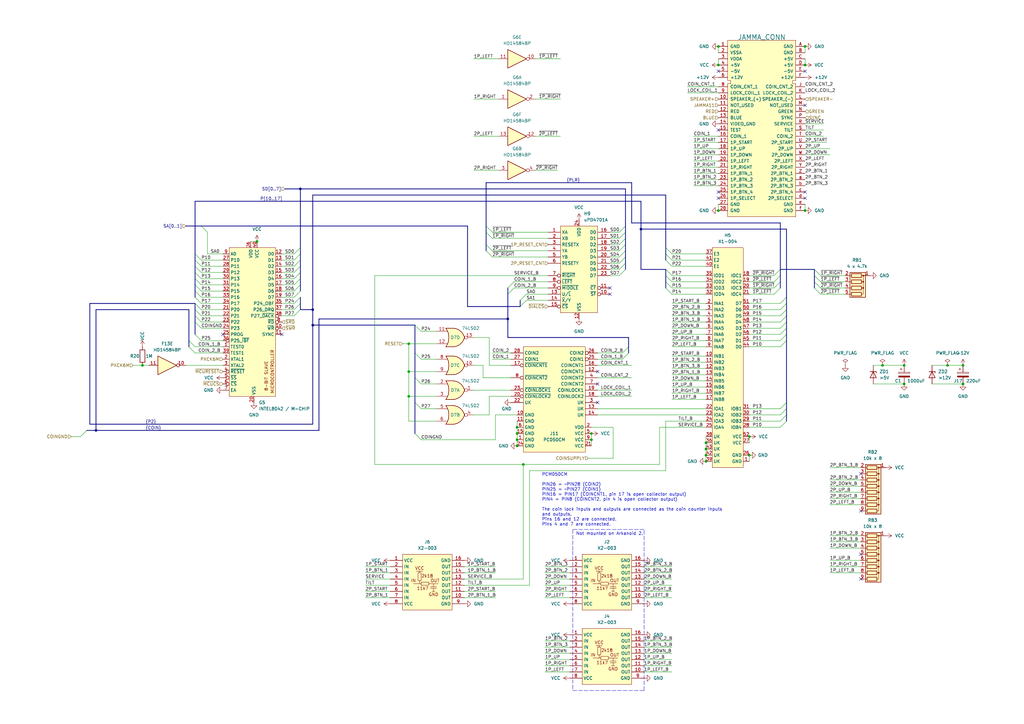
<source format=kicad_sch>
(kicad_sch (version 20211123) (generator eeschema)
  (paper "A3")
  (title_block (title "Arkanoid: Revenge of Doh ") (date "2023-02-22") (company "Ulf Skutnabba, twitter: @skutis77") (comment 1 "Seta number: P0-022-A"))
  (bus_alias "COIN" (members "COINGND" "COIN_1_B" "COIN_2_B"))
  (bus_alias "P2" (members "P[20..27]" "COINGND"))
  (bus_alias "PLR" (members "~{1P_LEFT}" "~{1P_RIGHT}" "~{2P_LEFT}" "~{2P_RIGHT}"))
  (junction (at 242.57 177.8))
  (junction (at 289.56 186.69))
  (junction (at 370.84 149.86))
  (junction (at 214.63 190.5))
  (junction (at 330.2 19.05))
  (junction (at 58.42 149.86))
  (junction (at 330.2 26.67))
  (junction (at 128.27 133.35))
  (junction (at 294.64 19.05))
  (junction (at 394.97 157.48))
  (junction (at 242.57 180.34))
  (junction (at 105.41 99.06))
  (junction (at 294.64 86.36))
  (junction (at 370.84 157.48))
  (junction (at 167.64 162.56))
  (junction (at 262.89 93.98))
  (junction (at 212.09 182.88))
  (junction (at 212.09 175.26))
  (junction (at 289.56 181.61))
  (junction (at 123.19 77.47))
  (junction (at 307.34 186.69))
  (junction (at 330.2 86.36))
  (junction (at 388.62 149.86))
  (junction (at 208.28 130.81))
  (junction (at 294.64 26.67))
  (junction (at 128.27 127))
  (junction (at 39.37 176.53))
  (junction (at 394.97 149.86))
  (junction (at 289.56 184.15))
  (junction (at 167.64 140.97))
  (junction (at 307.34 179.07))
  (junction (at 167.64 152.4))
  (junction (at 361.95 149.86))
  (junction (at 212.09 180.34))
  (junction (at 289.56 189.23))
  (junction (at 212.09 177.8))
  (no_connect (at 245.11 165.1))
  (no_connect (at 250.19 118.11))
  (no_connect (at 250.19 120.65))
  (no_connect (at 353.06 237.49))
  (no_connect (at 91.44 137.16))
  (no_connect (at 294.64 81.28))
  (no_connect (at 294.64 78.74))
  (no_connect (at 330.2 81.28))
  (no_connect (at 330.2 78.74))
  (no_connect (at 294.64 53.34))
  (no_connect (at 245.11 157.48))
  (no_connect (at 353.06 209.55))
  (no_connect (at 353.06 194.31))
  (no_connect (at 245.11 152.4))
  (no_connect (at 294.64 29.21))
  (no_connect (at 330.2 29.21))
  (no_connect (at 115.57 137.16))
  (no_connect (at 330.2 43.18))
  (no_connect (at 353.06 227.33))
  (bus_entry (at 254 97.79) (size 2.54 -2.54))
  (bus_entry (at 120.65 106.68) (size 2.54 -2.54))
  (bus_entry (at 120.65 124.46) (size 2.54 -2.54))
  (bus_entry (at 320.04 132.08) (size 2.54 -2.54))
  (bus_entry (at 80.01 114.3) (size 2.54 2.54))
  (bus_entry (at 334.01 113.03) (size 2.54 2.54))
  (bus_entry (at 320.04 124.46) (size 2.54 -2.54))
  (bus_entry (at 170.18 144.78) (size 2.54 2.54))
  (bus_entry (at 213.36 125.73) (size 2.54 -2.54))
  (bus_entry (at 80.01 129.54) (size 2.54 2.54))
  (bus_entry (at 273.05 115.57) (size 2.54 2.54))
  (bus_entry (at 273.05 118.11) (size 2.54 2.54))
  (bus_entry (at 320.04 170.18) (size 2.54 -2.54))
  (bus_entry (at 254 107.95) (size 2.54 -2.54))
  (bus_entry (at 80.01 109.22) (size 2.54 2.54))
  (bus_entry (at 273.05 101.6) (size 2.54 2.54))
  (bus_entry (at 273.05 106.68) (size 2.54 2.54))
  (bus_entry (at 254 110.49) (size 2.54 -2.54))
  (bus_entry (at 213.36 123.19) (size 2.54 -2.54))
  (bus_entry (at 77.47 142.24) (size 2.54 2.54))
  (bus_entry (at 80.01 111.76) (size 2.54 2.54))
  (bus_entry (at 199.39 102.87) (size 2.54 2.54))
  (bus_entry (at 80.01 121.92) (size 2.54 2.54))
  (bus_entry (at 317.5 118.11) (size 2.54 -2.54))
  (bus_entry (at 273.05 104.14) (size 2.54 2.54))
  (bus_entry (at 120.65 119.38) (size 2.54 -2.54))
  (bus_entry (at 120.65 104.14) (size 2.54 -2.54))
  (bus_entry (at 80.01 132.08) (size 2.54 2.54))
  (bus_entry (at 208.28 120.65) (size 2.54 -2.54))
  (bus_entry (at 120.65 116.84) (size 2.54 -2.54))
  (bus_entry (at 199.39 95.25) (size 2.54 2.54))
  (bus_entry (at 80.01 104.14) (size 2.54 2.54))
  (bus_entry (at 33.02 179.07) (size 2.54 -2.54))
  (bus_entry (at 120.65 127) (size 2.54 -2.54))
  (bus_entry (at 120.65 109.22) (size 2.54 -2.54))
  (bus_entry (at 80.01 116.84) (size 2.54 2.54))
  (bus_entry (at 80.01 127) (size 2.54 2.54))
  (bus_entry (at 199.39 92.71) (size 2.54 2.54))
  (bus_entry (at 254 95.25) (size 2.54 -2.54))
  (bus_entry (at 170.18 133.35) (size 2.54 2.54))
  (bus_entry (at 334.01 118.11) (size 2.54 2.54))
  (bus_entry (at 317.5 120.65) (size 2.54 -2.54))
  (bus_entry (at 120.65 129.54) (size 2.54 -2.54))
  (bus_entry (at 320.04 127) (size 2.54 -2.54))
  (bus_entry (at 273.05 113.03) (size 2.54 2.54))
  (bus_entry (at 80.01 106.68) (size 2.54 2.54))
  (bus_entry (at 254 100.33) (size 2.54 -2.54))
  (bus_entry (at 320.04 134.62) (size 2.54 -2.54))
  (bus_entry (at 120.65 114.3) (size 2.54 -2.54))
  (bus_entry (at 170.18 154.94) (size 2.54 2.54))
  (bus_entry (at 320.04 142.24) (size 2.54 -2.54))
  (bus_entry (at 317.5 115.57) (size 2.54 -2.54))
  (bus_entry (at 320.04 167.64) (size 2.54 -2.54))
  (bus_entry (at 320.04 139.7) (size 2.54 -2.54))
  (bus_entry (at 320.04 175.26) (size 2.54 -2.54))
  (bus_entry (at 254 113.03) (size 2.54 -2.54))
  (bus_entry (at 80.01 124.46) (size 2.54 2.54))
  (bus_entry (at 320.04 129.54) (size 2.54 -2.54))
  (bus_entry (at 334.01 110.49) (size 2.54 2.54))
  (bus_entry (at 320.04 172.72) (size 2.54 -2.54))
  (bus_entry (at 208.28 118.11) (size 2.54 -2.54))
  (bus_entry (at 255.27 144.78) (size 2.54 -2.54))
  (bus_entry (at 254 102.87) (size 2.54 -2.54))
  (bus_entry (at 82.55 92.71) (size 2.54 2.54))
  (bus_entry (at 170.18 165.1) (size 2.54 2.54))
  (bus_entry (at 77.47 139.7) (size 2.54 2.54))
  (bus_entry (at 80.01 137.16) (size 2.54 2.54))
  (bus_entry (at 199.39 100.33) (size 2.54 2.54))
  (bus_entry (at 317.5 113.03) (size 2.54 -2.54))
  (bus_entry (at 170.18 177.8) (size 2.54 2.54))
  (bus_entry (at 120.65 111.76) (size 2.54 -2.54))
  (bus_entry (at 255.27 147.32) (size 2.54 -2.54))
  (bus_entry (at 120.65 121.92) (size 2.54 -2.54))
  (bus_entry (at 80.01 119.38) (size 2.54 2.54))
  (bus_entry (at 254 105.41) (size 2.54 -2.54))
  (bus_entry (at 334.01 115.57) (size 2.54 2.54))
  (bus_entry (at 273.05 110.49) (size 2.54 2.54))
  (bus_entry (at 320.04 137.16) (size 2.54 -2.54))
  (wire (pts (xy 115.57 116.84) (xy 120.65 116.84)))
  (wire (pts (xy 203.2 170.18) (xy 212.09 170.18)))
  (wire (pts (xy 307.34 132.08) (xy 320.04 132.08)))
  (wire (pts (xy 361.95 149.86) (xy 370.84 149.86)))
  (wire (pts (xy 275.59 153.67) (xy 289.56 153.67)))
  (bus (pts (xy 322.58 134.62) (xy 322.58 132.08)))
  (wire (pts (xy 340.36 232.41) (xy 353.06 232.41)))
  (wire (pts (xy 82.55 134.62) (xy 91.44 134.62)))
  (bus (pts (xy 213.36 123.19) (xy 213.36 125.73)))
  (bus (pts (xy 320.04 115.57) (xy 320.04 118.11)))
  (bus (pts (xy 322.58 170.18) (xy 322.58 172.72)))
  (bus (pts (xy 256.54 105.41) (xy 256.54 107.95)))
  (wire (pts (xy 336.55 120.65) (xy 346.71 120.65)))
  (wire (pts (xy 194.31 69.85) (xy 204.47 69.85)))
  (bus (pts (xy 322.58 132.08) (xy 322.58 129.54)))
  (wire (pts (xy 307.34 175.26) (xy 320.04 175.26)))
  (wire (pts (xy 250.19 110.49) (xy 254 110.49)))
  (bus (pts (xy 36.83 124.46) (xy 36.83 173.99)))
  (bus (pts (xy 256.54 92.71) (xy 256.54 95.25)))
  (bus (pts (xy 128.27 80.01) (xy 128.27 127)))
  (bus (pts (xy 35.56 176.53) (xy 39.37 176.53)))
  (wire (pts (xy 275.59 137.16) (xy 289.56 137.16)))
  (bus (pts (xy 128.27 173.99) (xy 128.27 133.35)))
  (bus (pts (xy 322.58 165.1) (xy 322.58 167.64)))
  (wire (pts (xy 54.61 149.86) (xy 58.42 149.86)))
  (wire (pts (xy 201.93 95.25) (xy 224.79 95.25)))
  (bus (pts (xy 199.39 92.71) (xy 199.39 74.93)))
  (wire (pts (xy 214.63 237.49) (xy 214.63 190.5)))
  (wire (pts (xy 200.66 170.18) (xy 194.31 170.18)))
  (bus (pts (xy 76.2 92.71) (xy 82.55 92.71)))
  (wire (pts (xy 307.34 142.24) (xy 320.04 142.24)))
  (bus (pts (xy 208.28 120.65) (xy 208.28 130.81)))
  (wire (pts (xy 115.57 111.76) (xy 120.65 111.76)))
  (wire (pts (xy 275.59 129.54) (xy 289.56 129.54)))
  (wire (pts (xy 219.71 69.85) (xy 228.6 69.85)))
  (bus (pts (xy 80.01 111.76) (xy 80.01 109.22)))
  (wire (pts (xy 223.52 275.59) (xy 233.68 275.59)))
  (wire (pts (xy 194.31 55.88) (xy 204.47 55.88)))
  (wire (pts (xy 201.93 147.32) (xy 209.55 147.32)))
  (wire (pts (xy 340.36 196.85) (xy 353.06 196.85)))
  (wire (pts (xy 102.87 99.06) (xy 105.41 99.06)))
  (bus (pts (xy 199.39 102.87) (xy 199.39 100.33)))
  (bus (pts (xy 123.19 121.92) (xy 123.19 124.46)))
  (wire (pts (xy 307.34 120.65) (xy 317.5 120.65)))
  (wire (pts (xy 223.52 267.97) (xy 233.68 267.97)))
  (wire (pts (xy 82.55 129.54) (xy 91.44 129.54)))
  (bus (pts (xy 262.89 110.49) (xy 273.05 110.49)))
  (wire (pts (xy 275.59 134.62) (xy 289.56 134.62)))
  (wire (pts (xy 82.55 111.76) (xy 91.44 111.76)))
  (wire (pts (xy 275.59 120.65) (xy 289.56 120.65)))
  (wire (pts (xy 80.01 142.24) (xy 91.44 142.24)))
  (wire (pts (xy 273.05 172.72) (xy 273.05 193.04)))
  (wire (pts (xy 275.59 139.7) (xy 289.56 139.7)))
  (wire (pts (xy 294.64 24.13) (xy 294.64 26.67)))
  (wire (pts (xy 209.55 160.02) (xy 194.31 160.02)))
  (wire (pts (xy 190.5 245.11) (xy 203.2 245.11)))
  (wire (pts (xy 149.86 237.49) (xy 160.02 237.49)))
  (wire (pts (xy 245.11 144.78) (xy 255.27 144.78)))
  (wire (pts (xy 307.34 179.07) (xy 307.34 181.61)))
  (bus (pts (xy 208.28 130.81) (xy 208.28 138.43)))
  (wire (pts (xy 194.31 24.13) (xy 204.47 24.13)))
  (wire (pts (xy 251.46 187.96) (xy 251.46 175.26)))
  (polyline (pts (xy 264.16 283.21) (xy 264.16 217.17)))
  (bus (pts (xy 273.05 104.14) (xy 273.05 101.6)))
  (polyline (pts (xy 234.95 283.21) (xy 264.16 283.21)))
  (wire (pts (xy 223.52 265.43) (xy 233.68 265.43)))
  (bus (pts (xy 322.58 127) (xy 322.58 124.46)))
  (wire (pts (xy 223.52 242.57) (xy 233.68 242.57)))
  (wire (pts (xy 388.62 149.86) (xy 394.97 149.86)))
  (wire (pts (xy 273.05 172.72) (xy 289.56 172.72)))
  (bus (pts (xy 256.54 100.33) (xy 256.54 102.87)))
  (bus (pts (xy 199.39 95.25) (xy 199.39 92.71)))
  (wire (pts (xy 275.59 161.29) (xy 289.56 161.29)))
  (wire (pts (xy 340.36 199.39) (xy 353.06 199.39)))
  (wire (pts (xy 284.48 76.2) (xy 294.64 76.2)))
  (wire (pts (xy 167.64 152.4) (xy 167.64 140.97)))
  (wire (pts (xy 214.63 190.5) (xy 270.51 190.5)))
  (wire (pts (xy 330.2 50.8) (xy 337.82 50.8)))
  (wire (pts (xy 241.3 187.96) (xy 251.46 187.96)))
  (bus (pts (xy 80.01 109.22) (xy 80.01 106.68)))
  (wire (pts (xy 340.36 229.87) (xy 353.06 229.87)))
  (wire (pts (xy 82.55 139.7) (xy 91.44 139.7)))
  (wire (pts (xy 270.51 190.5) (xy 270.51 175.26)))
  (wire (pts (xy 340.36 224.79) (xy 353.06 224.79)))
  (wire (pts (xy 149.86 245.11) (xy 160.02 245.11)))
  (bus (pts (xy 123.19 109.22) (xy 123.19 106.68)))
  (wire (pts (xy 340.36 219.71) (xy 353.06 219.71)))
  (wire (pts (xy 340.36 207.01) (xy 353.06 207.01)))
  (wire (pts (xy 190.5 242.57) (xy 203.2 242.57)))
  (bus (pts (xy 80.01 82.55) (xy 262.89 82.55)))
  (wire (pts (xy 264.16 270.51) (xy 275.59 270.51)))
  (wire (pts (xy 284.48 55.88) (xy 294.64 55.88)))
  (wire (pts (xy 330.2 55.88) (xy 337.82 55.88)))
  (bus (pts (xy 39.37 176.53) (xy 130.81 176.53)))
  (wire (pts (xy 330.2 53.34) (xy 337.82 53.34)))
  (wire (pts (xy 212.09 172.72) (xy 212.09 175.26)))
  (wire (pts (xy 215.9 120.65) (xy 224.79 120.65)))
  (wire (pts (xy 264.16 262.89) (xy 275.59 262.89)))
  (wire (pts (xy 275.59 132.08) (xy 289.56 132.08)))
  (wire (pts (xy 245.11 167.64) (xy 289.56 167.64)))
  (wire (pts (xy 264.16 267.97) (xy 275.59 267.97)))
  (bus (pts (xy 170.18 133.35) (xy 128.27 133.35)))
  (bus (pts (xy 334.01 118.11) (xy 334.01 115.57)))
  (wire (pts (xy 223.52 245.11) (xy 233.68 245.11)))
  (wire (pts (xy 264.16 232.41) (xy 275.59 232.41)))
  (bus (pts (xy 80.01 119.38) (xy 80.01 116.84)))
  (bus (pts (xy 256.54 102.87) (xy 256.54 105.41)))
  (bus (pts (xy 39.37 127) (xy 39.37 176.53)))
  (wire (pts (xy 190.5 240.03) (xy 217.17 240.03)))
  (bus (pts (xy 80.01 106.68) (xy 80.01 104.14)))
  (bus (pts (xy 262.89 93.98) (xy 322.58 93.98)))
  (wire (pts (xy 336.55 113.03) (xy 346.71 113.03)))
  (wire (pts (xy 330.2 60.96) (xy 340.36 60.96)))
  (wire (pts (xy 223.52 234.95) (xy 233.68 234.95)))
  (bus (pts (xy 36.83 173.99) (xy 128.27 173.99)))
  (wire (pts (xy 289.56 184.15) (xy 289.56 186.69)))
  (wire (pts (xy 167.64 140.97) (xy 179.07 140.97)))
  (bus (pts (xy 257.81 142.24) (xy 257.81 138.43)))
  (bus (pts (xy 257.81 144.78) (xy 257.81 142.24)))
  (bus (pts (xy 199.39 74.93) (xy 259.08 74.93)))
  (wire (pts (xy 330.2 63.5) (xy 340.36 63.5)))
  (wire (pts (xy 330.2 58.42) (xy 339.09 58.42)))
  (wire (pts (xy 275.59 118.11) (xy 289.56 118.11)))
  (bus (pts (xy 128.27 133.35) (xy 128.27 127)))
  (wire (pts (xy 200.66 162.56) (xy 209.55 162.56)))
  (bus (pts (xy 256.54 77.47) (xy 256.54 92.71)))
  (wire (pts (xy 382.27 149.86) (xy 388.62 149.86)))
  (wire (pts (xy 284.48 60.96) (xy 294.64 60.96)))
  (bus (pts (xy 80.01 129.54) (xy 80.01 132.08)))
  (bus (pts (xy 320.04 113.03) (xy 320.04 115.57)))
  (bus (pts (xy 334.01 115.57) (xy 334.01 113.03)))
  (wire (pts (xy 115.57 104.14) (xy 120.65 104.14)))
  (bus (pts (xy 77.47 142.24) (xy 77.47 139.7)))
  (wire (pts (xy 212.09 177.8) (xy 212.09 180.34)))
  (wire (pts (xy 217.17 193.04) (xy 273.05 193.04)))
  (wire (pts (xy 330.2 19.05) (xy 330.2 21.59)))
  (wire (pts (xy 115.57 127) (xy 120.65 127)))
  (wire (pts (xy 210.82 118.11) (xy 224.79 118.11)))
  (bus (pts (xy 320.04 110.49) (xy 320.04 91.44)))
  (bus (pts (xy 322.58 167.64) (xy 322.58 170.18)))
  (bus (pts (xy 130.81 130.81) (xy 208.28 130.81)))
  (bus (pts (xy 77.47 139.7) (xy 77.47 127)))
  (wire (pts (xy 336.55 118.11) (xy 346.71 118.11)))
  (wire (pts (xy 289.56 186.69) (xy 289.56 189.23)))
  (wire (pts (xy 201.93 97.79) (xy 224.79 97.79)))
  (wire (pts (xy 165.1 140.97) (xy 167.64 140.97)))
  (bus (pts (xy 322.58 129.54) (xy 322.58 127)))
  (wire (pts (xy 149.86 242.57) (xy 160.02 242.57)))
  (wire (pts (xy 250.19 97.79) (xy 254 97.79)))
  (bus (pts (xy 123.19 124.46) (xy 123.19 127)))
  (wire (pts (xy 340.36 191.77) (xy 353.06 191.77)))
  (wire (pts (xy 203.2 180.34) (xy 203.2 170.18)))
  (wire (pts (xy 281.94 38.1) (xy 294.64 38.1)))
  (polyline (pts (xy 234.95 226.06) (xy 234.95 283.21)))
  (bus (pts (xy 130.81 176.53) (xy 130.81 130.81)))
  (wire (pts (xy 289.56 179.07) (xy 289.56 181.61)))
  (wire (pts (xy 153.67 190.5) (xy 214.63 190.5)))
  (wire (pts (xy 250.19 113.03) (xy 254 113.03)))
  (wire (pts (xy 172.72 167.64) (xy 179.07 167.64)))
  (bus (pts (xy 273.05 106.68) (xy 273.05 104.14)))
  (wire (pts (xy 284.48 63.5) (xy 294.64 63.5)))
  (bus (pts (xy 80.01 121.92) (xy 80.01 119.38)))
  (bus (pts (xy 116.84 77.47) (xy 123.19 77.47)))
  (wire (pts (xy 190.5 237.49) (xy 214.63 237.49)))
  (bus (pts (xy 320.04 91.44) (xy 259.08 91.44)))
  (bus (pts (xy 170.18 165.1) (xy 170.18 154.94)))
  (wire (pts (xy 200.66 138.43) (xy 194.31 138.43)))
  (bus (pts (xy 262.89 82.55) (xy 262.89 93.98)))
  (wire (pts (xy 245.11 149.86) (xy 259.08 149.86)))
  (wire (pts (xy 201.93 102.87) (xy 224.79 102.87)))
  (wire (pts (xy 115.57 124.46) (xy 120.65 124.46)))
  (bus (pts (xy 191.77 92.71) (xy 191.77 125.73)))
  (wire (pts (xy 307.34 134.62) (xy 320.04 134.62)))
  (wire (pts (xy 340.36 201.93) (xy 353.06 201.93)))
  (wire (pts (xy 223.52 262.89) (xy 233.68 262.89)))
  (wire (pts (xy 294.64 83.82) (xy 294.64 86.36)))
  (wire (pts (xy 250.19 102.87) (xy 254 102.87)))
  (wire (pts (xy 307.34 115.57) (xy 317.5 115.57)))
  (wire (pts (xy 153.67 190.5) (xy 153.67 113.03)))
  (polyline (pts (xy 234.95 217.17) (xy 234.95 226.06)))
  (bus (pts (xy 322.58 124.46) (xy 322.58 121.92)))
  (wire (pts (xy 264.16 245.11) (xy 275.59 245.11)))
  (wire (pts (xy 307.34 172.72) (xy 320.04 172.72)))
  (wire (pts (xy 245.11 147.32) (xy 255.27 147.32)))
  (wire (pts (xy 245.11 154.94) (xy 259.08 154.94)))
  (bus (pts (xy 123.19 106.68) (xy 123.19 104.14)))
  (bus (pts (xy 334.01 110.49) (xy 320.04 110.49)))
  (wire (pts (xy 82.55 124.46) (xy 91.44 124.46)))
  (wire (pts (xy 275.59 156.21) (xy 289.56 156.21)))
  (bus (pts (xy 170.18 154.94) (xy 170.18 144.78)))
  (wire (pts (xy 215.9 123.19) (xy 224.79 123.19)))
  (wire (pts (xy 115.57 129.54) (xy 120.65 129.54)))
  (wire (pts (xy 82.55 119.38) (xy 91.44 119.38)))
  (wire (pts (xy 179.07 152.4) (xy 167.64 152.4)))
  (wire (pts (xy 200.66 162.56) (xy 200.66 170.18)))
  (wire (pts (xy 149.86 240.03) (xy 160.02 240.03)))
  (wire (pts (xy 194.31 40.64) (xy 204.47 40.64)))
  (wire (pts (xy 358.14 149.86) (xy 361.95 149.86)))
  (wire (pts (xy 284.48 68.58) (xy 294.64 68.58)))
  (wire (pts (xy 210.82 115.57) (xy 224.79 115.57)))
  (wire (pts (xy 294.64 19.05) (xy 294.64 21.59)))
  (bus (pts (xy 322.58 137.16) (xy 322.58 134.62)))
  (wire (pts (xy 179.07 172.72) (xy 167.64 172.72)))
  (wire (pts (xy 245.11 160.02) (xy 259.08 160.02)))
  (bus (pts (xy 82.55 92.71) (xy 191.77 92.71)))
  (wire (pts (xy 223.52 232.41) (xy 233.68 232.41)))
  (wire (pts (xy 212.09 180.34) (xy 212.09 182.88)))
  (bus (pts (xy 80.01 124.46) (xy 80.01 127)))
  (wire (pts (xy 275.59 106.68) (xy 289.56 106.68)))
  (wire (pts (xy 275.59 151.13) (xy 289.56 151.13)))
  (wire (pts (xy 307.34 118.11) (xy 317.5 118.11)))
  (wire (pts (xy 307.34 127) (xy 320.04 127)))
  (bus (pts (xy 123.19 116.84) (xy 123.19 114.3)))
  (wire (pts (xy 264.16 275.59) (xy 275.59 275.59)))
  (wire (pts (xy 275.59 158.75) (xy 289.56 158.75)))
  (bus (pts (xy 80.01 124.46) (xy 36.83 124.46)))
  (wire (pts (xy 275.59 104.14) (xy 289.56 104.14)))
  (wire (pts (xy 29.21 179.07) (xy 33.02 179.07)))
  (wire (pts (xy 217.17 240.03) (xy 217.17 193.04)))
  (bus (pts (xy 80.01 114.3) (xy 80.01 111.76)))
  (wire (pts (xy 382.27 157.48) (xy 394.97 157.48)))
  (bus (pts (xy 123.19 114.3) (xy 123.19 111.76)))
  (wire (pts (xy 198.12 154.94) (xy 209.55 154.94)))
  (wire (pts (xy 245.11 162.56) (xy 259.08 162.56)))
  (wire (pts (xy 149.86 234.95) (xy 160.02 234.95)))
  (wire (pts (xy 284.48 58.42) (xy 294.64 58.42)))
  (wire (pts (xy 275.59 148.59) (xy 289.56 148.59)))
  (bus (pts (xy 322.58 121.92) (xy 322.58 93.98)))
  (wire (pts (xy 149.86 232.41) (xy 160.02 232.41)))
  (wire (pts (xy 284.48 73.66) (xy 294.64 73.66)))
  (wire (pts (xy 58.42 149.86) (xy 60.96 149.86)))
  (wire (pts (xy 284.48 66.04) (xy 294.64 66.04)))
  (bus (pts (xy 256.54 107.95) (xy 256.54 110.49)))
  (bus (pts (xy 170.18 177.8) (xy 170.18 165.1)))
  (wire (pts (xy 289.56 181.61) (xy 289.56 184.15)))
  (bus (pts (xy 273.05 110.49) (xy 273.05 113.03)))
  (wire (pts (xy 307.34 186.69) (xy 307.34 189.23)))
  (wire (pts (xy 336.55 115.57) (xy 346.71 115.57)))
  (wire (pts (xy 167.64 162.56) (xy 167.64 152.4)))
  (wire (pts (xy 198.12 149.86) (xy 198.12 154.94)))
  (wire (pts (xy 85.09 95.25) (xy 85.09 104.14)))
  (wire (pts (xy 82.55 114.3) (xy 91.44 114.3)))
  (wire (pts (xy 115.57 121.92) (xy 120.65 121.92)))
  (bus (pts (xy 80.01 104.14) (xy 80.01 82.55)))
  (bus (pts (xy 199.39 100.33) (xy 199.39 95.25)))
  (wire (pts (xy 307.34 124.46) (xy 320.04 124.46)))
  (wire (pts (xy 275.59 142.24) (xy 289.56 142.24)))
  (bus (pts (xy 128.27 127) (xy 123.19 127)))
  (wire (pts (xy 275.59 109.22) (xy 289.56 109.22)))
  (wire (pts (xy 307.34 167.64) (xy 320.04 167.64)))
  (wire (pts (xy 340.36 204.47) (xy 353.06 204.47)))
  (wire (pts (xy 82.55 116.84) (xy 91.44 116.84)))
  (wire (pts (xy 167.64 172.72) (xy 167.64 162.56)))
  (wire (pts (xy 82.55 109.22) (xy 91.44 109.22)))
  (wire (pts (xy 340.36 222.25) (xy 353.06 222.25)))
  (bus (pts (xy 322.58 139.7) (xy 322.58 165.1)))
  (wire (pts (xy 219.71 40.64) (xy 229.87 40.64)))
  (bus (pts (xy 80.01 127) (xy 80.01 129.54)))
  (wire (pts (xy 115.57 119.38) (xy 120.65 119.38)))
  (bus (pts (xy 322.58 139.7) (xy 322.58 137.16)))
  (wire (pts (xy 330.2 83.82) (xy 330.2 86.36)))
  (bus (pts (xy 123.19 116.84) (xy 123.19 119.38)))
  (wire (pts (xy 275.59 124.46) (xy 289.56 124.46)))
  (wire (pts (xy 172.72 157.48) (xy 179.07 157.48)))
  (wire (pts (xy 212.09 175.26) (xy 212.09 177.8)))
  (wire (pts (xy 307.34 170.18) (xy 320.04 170.18)))
  (bus (pts (xy 191.77 125.73) (xy 213.36 125.73)))
  (wire (pts (xy 250.19 107.95) (xy 254 107.95)))
  (wire (pts (xy 115.57 114.3) (xy 120.65 114.3)))
  (bus (pts (xy 273.05 80.01) (xy 128.27 80.01)))
  (wire (pts (xy 307.34 137.16) (xy 320.04 137.16)))
  (wire (pts (xy 275.59 146.05) (xy 289.56 146.05)))
  (wire (pts (xy 172.72 180.34) (xy 203.2 180.34)))
  (wire (pts (xy 340.36 234.95) (xy 353.06 234.95)))
  (wire (pts (xy 167.64 162.56) (xy 179.07 162.56)))
  (bus (pts (xy 256.54 97.79) (xy 256.54 100.33)))
  (bus (pts (xy 170.18 144.78) (xy 170.18 133.35)))
  (wire (pts (xy 85.09 104.14) (xy 91.44 104.14)))
  (wire (pts (xy 172.72 147.32) (xy 179.07 147.32)))
  (wire (pts (xy 82.55 106.68) (xy 91.44 106.68)))
  (wire (pts (xy 219.71 55.88) (xy 229.87 55.88)))
  (bus (pts (xy 273.05 113.03) (xy 273.05 115.57)))
  (wire (pts (xy 275.59 127) (xy 289.56 127)))
  (wire (pts (xy 223.52 237.49) (xy 233.68 237.49)))
  (wire (pts (xy 82.55 132.08) (xy 91.44 132.08)))
  (wire (pts (xy 307.34 113.03) (xy 317.5 113.03)))
  (wire (pts (xy 201.93 105.41) (xy 224.79 105.41)))
  (wire (pts (xy 307.34 139.7) (xy 320.04 139.7)))
  (bus (pts (xy 334.01 113.03) (xy 334.01 110.49)))
  (bus (pts (xy 123.19 104.14) (xy 123.19 101.6)))
  (polyline (pts (xy 264.16 217.17) (xy 234.95 217.17)))
  (wire (pts (xy 190.5 232.41) (xy 203.2 232.41)))
  (wire (pts (xy 223.52 273.05) (xy 233.68 273.05)))
  (wire (pts (xy 264.16 242.57) (xy 275.59 242.57)))
  (wire (pts (xy 281.94 35.56) (xy 294.64 35.56)))
  (wire (pts (xy 115.57 109.22) (xy 120.65 109.22)))
  (wire (pts (xy 223.52 270.51) (xy 233.68 270.51)))
  (wire (pts (xy 242.57 180.34) (xy 242.57 182.88)))
  (wire (pts (xy 172.72 135.89) (xy 179.07 135.89)))
  (wire (pts (xy 275.59 163.83) (xy 289.56 163.83)))
  (bus (pts (xy 257.81 138.43) (xy 208.28 138.43)))
  (bus (pts (xy 320.04 110.49) (xy 320.04 113.03)))
  (wire (pts (xy 115.57 106.68) (xy 120.65 106.68)))
  (wire (pts (xy 250.19 100.33) (xy 254 100.33)))
  (bus (pts (xy 123.19 77.47) (xy 256.54 77.47)))
  (wire (pts (xy 242.57 177.8) (xy 242.57 180.34)))
  (wire (pts (xy 270.51 175.26) (xy 289.56 175.26)))
  (wire (pts (xy 250.19 95.25) (xy 254 95.25)))
  (wire (pts (xy 275.59 113.03) (xy 289.56 113.03)))
  (wire (pts (xy 264.16 240.03) (xy 275.59 240.03)))
  (bus (pts (xy 259.08 91.44) (xy 259.08 74.93)))
  (bus (pts (xy 262.89 93.98) (xy 262.89 110.49)))
  (bus (pts (xy 80.01 116.84) (xy 80.01 114.3)))
  (wire (pts (xy 242.57 175.26) (xy 251.46 175.26)))
  (bus (pts (xy 273.05 115.57) (xy 273.05 118.11)))
  (wire (pts (xy 201.93 144.78) (xy 209.55 144.78)))
  (wire (pts (xy 264.16 273.05) (xy 275.59 273.05)))
  (wire (pts (xy 200.66 149.86) (xy 200.66 138.43)))
  (wire (pts (xy 223.52 240.03) (xy 233.68 240.03)))
  (wire (pts (xy 245.11 170.18) (xy 289.56 170.18)))
  (wire (pts (xy 82.55 121.92) (xy 91.44 121.92)))
  (wire (pts (xy 275.59 115.57) (xy 289.56 115.57)))
  (bus (pts (xy 273.05 101.6) (xy 273.05 80.01)))
  (bus (pts (xy 77.47 127) (xy 39.37 127)))
  (bus (pts (xy 208.28 118.11) (xy 208.28 120.65)))
  (wire (pts (xy 284.48 71.12) (xy 294.64 71.12)))
  (wire (pts (xy 80.01 144.78) (xy 91.44 144.78)))
  (wire (pts (xy 190.5 234.95) (xy 203.2 234.95)))
  (wire (pts (xy 219.71 24.13) (xy 229.87 24.13)))
  (wire (pts (xy 264.16 234.95) (xy 275.59 234.95)))
  (bus (pts (xy 80.01 132.08) (xy 80.01 137.16)))
  (wire (pts (xy 153.67 113.03) (xy 224.79 113.03)))
  (bus (pts (xy 123.19 111.76) (xy 123.19 109.22)))
  (wire (pts (xy 76.2 149.86) (xy 91.44 149.86)))
  (bus (pts (xy 123.19 101.6) (xy 123.19 77.47)))
  (wire (pts (xy 307.34 129.54) (xy 320.04 129.54)))
  (wire (pts (xy 264.16 265.43) (xy 275.59 265.43)))
  (wire (pts (xy 194.31 149.86) (xy 198.12 149.86)))
  (wire (pts (xy 358.14 157.48) (xy 370.84 157.48)))
  (wire (pts (xy 209.55 149.86) (xy 200.66 149.86)))
  (wire (pts (xy 330.2 24.13) (xy 330.2 26.67)))
  (bus (pts (xy 256.54 95.25) (xy 256.54 97.79)))
  (wire (pts (xy 250.19 105.41) (xy 254 105.41)))
  (wire (pts (xy 82.55 127) (xy 91.44 127)))
  (wire (pts (xy 264.16 237.49) (xy 275.59 237.49)))
  (text "Not mounted on Arkanoid 2." (at 236.22 219.71 0) (effects (font (size 1.27 1.27)) (justify left bottom)))
  (text "PCM050CM\n\nPIN26 = ~PIN28 (COIN2)\nPIN25 = ~PIN27 (COIN1)\nPIN16 = PIN17 (COINCNT1, pin 17 is open collector output)\nPIN4 = PIN8 (COINCNT2, pin 4 is open collector output)\n\nThe coin lock inputs and outputs are connected as the coin counter inputs\nand outputs.\nPins 16 and 12 are connected.\nPins 4 and 7 are connected." (at 222.25 215.9 0) (effects (font (size 1.27 1.27)) (justify left bottom)))
  (label "1P_DOWN" (at 284.48 63.5 0))
  (label "~{2P_RIGHT}" (at 308.61 113.03 0))
  (label "1P_BTN_3_B" (at 340.36 222.25 0))
  (label "2P_BTN_1_B" (at 275.59 153.67 0))
  (label "P26" (at 116.84 127 0))
  (label "~{1P_LEFT}" (at 201.93 95.25 0))
  (label "COIN_1" (at 201.93 147.32 0))
  (label "COIN_CNT_1" (at 281.94 35.56 0))
  (label "P10" (at 308.61 175.26 0))
  (label "SD0" (at 250.19 95.25 0))
  (label "~{2P_RIGHT}" (at 219.71 69.85 0))
  (label "SERVICE" (at 330.2 50.8 0))
  (label "P24" (at 172.72 135.89 0))
  (label "~{2P_RIGHT}" (at 201.93 105.41 0))
  (label "2P_DOWN" (at 330.2 63.5 0))
  (label "1P_LEFT" (at 194.31 24.13 0))
  (label "1P_LEFT_B" (at 275.59 163.83 0))
  (label "P16" (at 82.55 121.92 0))
  (label "SERVICE_B" (at 191.77 237.49 0))
  (label "~{1P_LEFT}" (at 308.61 120.65 0))
  (label "1P_LEFT" (at 223.52 275.59 0))
  (label "P10" (at 308.61 142.24 0))
  (label "SD5" (at 116.84 116.84 0))
  (label "~{1P_RIGHT}" (at 201.93 97.79 0))
  (label "P11" (at 308.61 172.72 0))
  (label "SD3" (at 250.19 102.87 0))
  (label "1P_BTN_1" (at 149.86 234.95 0))
  (label "P26" (at 172.72 157.48 0))
  (label "SD5" (at 250.19 107.95 0))
  (label "~{2P_LEFT}" (at 336.55 120.65 0))
  (label "SA1" (at 215.9 123.19 0))
  (label "P27" (at 172.72 167.64 0))
  (label "2P_BTN_1_B" (at 191.77 245.11 0))
  (label "TILT_B" (at 191.77 240.03 0))
  (label "1P_BTN_1_B" (at 191.77 234.95 0))
  (label "2P_BTN_3" (at 223.52 232.41 0))
  (label "P12" (at 82.55 111.76 0))
  (label "2P_LEFT_B" (at 264.16 245.11 0))
  (label "P24" (at 116.84 124.46 0))
  (label "2P_UP" (at 223.52 240.03 0))
  (label "1P_RIGHT_B" (at 340.36 232.41 0))
  (label "P11" (at 308.61 139.7 0))
  (label "1P_UP_B" (at 275.59 158.75 0))
  (label "P20" (at 82.55 127 0))
  (label "2P_BTN_3_B" (at 264.16 232.41 0))
  (label "1P_RIGHT_B" (at 275.59 161.29 0))
  (label "1P_START_B" (at 275.59 124.46 0))
  (label "COIN_CNT_1" (at 246.38 149.86 0))
  (label "SD4" (at 250.19 105.41 0))
  (label "1P_BTN_3_B" (at 264.16 265.43 0))
  (label "P14" (at 275.59 120.65 0))
  (label "TILT" (at 330.2 53.34 0))
  (label "2P_BTN_2" (at 223.52 234.95 0))
  (label "{COIN}" (at 59.69 176.53 0))
  (label "1P_BTN_3" (at 223.52 265.43 0))
  (label "SD2" (at 116.84 109.22 0))
  (label "P25" (at 172.72 147.32 0))
  (label "2P_BTN_3" (at 330.2 76.2 0))
  (label "SERVICE_B" (at 278.13 175.26 0))
  (label "{PLR}" (at 232.41 74.93 0))
  (label "TILT" (at 149.86 240.03 0))
  (label "1P_LEFT_B" (at 264.16 275.59 0))
  (label "SA0" (at 215.9 120.65 0))
  (label "2P_RIGHT_B" (at 340.36 204.47 0))
  (label "1P_BTN_2_B" (at 264.16 262.89 0))
  (label "LOCK_COIL_1" (at 246.38 160.02 0))
  (label "~{1P_RIGHT}" (at 220.98 40.64 0))
  (label "P13" (at 308.61 167.64 0))
  (label "P15" (at 275.59 118.11 0))
  (label "~{1P_LEFT}" (at 220.98 24.13 0))
  (label "SD3" (at 116.84 111.76 0))
  (label "~{2P_LEFT}" (at 308.61 115.57 0))
  (label "1P_UP_B" (at 340.36 229.87 0))
  (label "1P_BTN_2_B" (at 275.59 148.59 0))
  (label "1P_DOWN" (at 223.52 267.97 0))
  (label "SD6" (at 116.84 119.38 0))
  (label "~{2P_RIGHT}" (at 336.55 118.11 0))
  (label "2P_BTN_2_B" (at 264.16 234.95 0))
  (label "P13" (at 308.61 134.62 0))
  (label "P14" (at 308.61 132.08 0))
  (label "2P_START_B" (at 191.77 242.57 0))
  (label "COIN_1_B" (at 81.28 142.24 0))
  (label "2P_LEFT_B" (at 275.59 142.24 0))
  (label "1P_RIGHT" (at 194.31 40.64 0))
  (label "LOCK_COIL_2" (at 330.2 38.1 0))
  (label "COIN_1_B" (at 210.82 115.57 0))
  (label "P27" (at 116.84 129.54 0))
  (label "COIN_1" (at 284.48 55.88 0))
  (label "TILT_B" (at 278.13 172.72 0))
  (label "LOCK_COIL_1" (at 281.94 38.1 0))
  (label "~{2P_LEFT}" (at 201.93 102.87 0))
  (label "2P_LEFT" (at 223.52 245.11 0))
  (label "2P_UP_B" (at 340.36 201.93 0))
  (label "2P_BTN_2_B" (at 275.59 127 0))
  (label "1P_BTN_2" (at 284.48 73.66 0))
  (label "2P_DOWN_B" (at 275.59 134.62 0))
  (label "1P_DOWN_B" (at 275.59 156.21 0))
  (label "~{2P_LEFT}" (at 220.98 55.88 0))
  (label "SD2" (at 250.19 100.33 0))
  (label "~{1P_RIGHT}" (at 336.55 113.03 0))
  (label "1P_BTN_1" (at 284.48 71.12 0))
  (label "2P_LEFT" (at 330.2 66.04 0))
  (label "2P_DOWN" (at 223.52 237.49 0))
  (label "P12" (at 308.61 170.18 0))
  (label "2P_START" (at 149.86 242.57 0))
  (label "1P_BTN_2" (at 223.52 262.89 0))
  (label "LOCK_COIL_2" (at 246.38 162.56 0))
  (label "2P_LEFT_B" (at 340.36 207.01 0))
  (label "COIN_1_B" (at 246.38 147.32 0))
  (label "~{1P_LEFT}" (at 336.55 115.57 0))
  (label "~{1P_RIGHT}" (at 308.61 118.11 0))
  (label "2P_START_B" (at 275.59 146.05 0))
  (label "COIN_CNT_2" (at 330.2 35.56 0))
  (label "2P_UP" (at 330.2 60.96 0))
  (label "2P_RIGHT_B" (at 264.16 242.57 0))
  (label "P13" (at 82.55 114.3 0))
  (label "COIN_2" (at 330.2 55.88 0))
  (label "2P_DOWN_B" (at 340.36 199.39 0))
  (label "P17" (at 275.59 113.03 0))
  (label "1P_UP" (at 284.48 60.96 0))
  (label "1P_LEFT" (at 284.48 66.04 0))
  (label "2P_BTN_2" (at 330.2 73.66 0))
  (label "SERVICE_B" (at 210.82 113.03 0))
  (label "COINGND" (at 82.55 134.62 0))
  (label "P15" (at 82.55 119.38 0))
  (label "1P_UP" (at 223.52 270.51 0))
  (label "1P_UP_B" (at 264.16 270.51 0))
  (label "SERVICE" (at 149.86 237.49 0))
  (label "2P_RIGHT" (at 223.52 242.57 0))
  (label "2P_UP_B" (at 275.59 137.16 0))
  (label "SD4" (at 116.84 114.3 0))
  (label "P17" (at 82.55 124.46 0))
  (label "P21" (at 82.55 129.54 0))
  (label "{P2}" (at 59.69 173.99 0))
  (label "2P_BTN_1" (at 330.2 71.12 0))
  (label "2P_BTN_1" (at 149.86 245.11 0))
  (label "SD7" (at 250.19 113.03 0))
  (label "2P_RIGHT_B" (at 275.59 139.7 0))
  (label "1P_RIGHT" (at 223.52 273.05 0))
  (label "P15" (at 308.61 129.54 0))
  (label "1P_BTN_3_B" (at 275.59 151.13 0))
  (label "P16" (at 275.59 115.57 0))
  (label "P25" (at 82.55 139.7 0))
  (label "1P_LEFT_B" (at 340.36 234.95 0))
  (label "COIN_2_B" (at 210.82 118.11 0))
  (label "2P_START" (at 330.2 58.42 0))
  (label "COIN_2_B" (at 246.38 144.78 0))
  (label "SA0" (at 86.36 104.14 0))
  (label "1P_RIGHT_B" (at 264.16 273.05 0))
  (label "2P_BTN_2_B" (at 340.36 196.85 0))
  (label "1P_START_B" (at 191.77 232.41 0))
  (label "P22" (at 82.55 132.08 0))
  (label "2P_BTN_3_B" (at 275.59 129.54 0))
  (label "SD7" (at 116.84 121.92 0))
  (label "2P_UP_B" (at 264.16 240.03 0))
  (label "P[10..17]" (at 106.68 82.55 0))
  (label "SD6" (at 250.19 110.49 0))
  (label "COIN_2" (at 201.93 144.78 0))
  (label "2P_BTN_3_B" (at 340.36 191.77 0))
  (label "COINGND" (at 172.72 180.34 0))
  (label "SD1" (at 250.19 97.79 0))
  (label "2P_RIGHT" (at 194.31 69.85 0))
  (label "COIN_2_B" (at 81.28 144.78 0))
  (label "2P_LEFT" (at 194.31 55.88 0))
  (label "P14" (at 82.55 116.84 0))
  (label "P16" (at 308.61 127 0))
  (label "1P_DOWN_B" (at 340.36 224.79 0))
  (label "P11" (at 82.55 109.22 0))
  (label "COIN_CNT_2" (at 246.38 154.94 0))
  (label "P12" (at 308.61 137.16 0))
  (label "SD1" (at 116.84 106.68 0))
  (label "1P_BTN_2_B" (at 340.36 219.71 0))
  (label "1P_RIGHT" (at 284.48 68.58 0))
  (label "P21" (at 275.59 106.68 0))
  (label "SD0" (at 116.84 104.14 0))
  (label "P17" (at 308.61 124.46 0))
  (label "P22" (at 275.59 109.22 0))
  (label "1P_START" (at 284.48 58.42 0))
  (label "2P_RIGHT" (at 330.2 68.58 0))
  (label "P20" (at 275.59 104.14 0))
  (label "1P_START" (at 149.86 232.41 0))
  (label "1P_BTN_1_B" (at 275.59 132.08 0))
  (label "P10" (at 82.55 106.68 0))
  (label "2P_DOWN_B" (at 264.16 237.49 0))
  (label "1P_BTN_3" (at 284.48 76.2 0))
  (label "1P_DOWN_B" (at 264.16 267.97 0))
  (hierarchical_label "RESET" (shape input) (at 165.1 140.97 180))
  (hierarchical_label "SYNC" (shape input) (at 330.2 48.26 0))
  (hierarchical_label "COINSUPPLY" (shape input) (at 241.3 187.96 180))
  (hierarchical_label "PXCK6M" (shape input) (at 91.44 147.32 180))
  (hierarchical_label "PXCK6M" (shape input) (at 54.61 149.86 180))
  (hierarchical_label "SD[0..7]" (shape input) (at 116.84 77.47 180))
  (hierarchical_label "GREEN" (shape input) (at 330.2 45.72 0))
  (hierarchical_label "~{MCURESET}" (shape input) (at 91.44 152.4 180))
  (hierarchical_label "BLUE" (shape input) (at 294.64 48.26 180))
  (hierarchical_label "RED" (shape input) (at 294.64 45.72 180))
  (hierarchical_label "JAMMA11" (shape input) (at 294.64 43.18 180))
  (hierarchical_label "1P_RESET_CNT" (shape input) (at 224.79 100.33 180))
  (hierarchical_label "~{SWR}" (shape input) (at 115.57 134.62 0))
  (hierarchical_label "~{MCUCS}" (shape input) (at 91.44 157.48 180))
  (hierarchical_label "SPEAKER+" (shape input) (at 294.64 40.64 180))
  (hierarchical_label "~{DIALCS}" (shape input) (at 224.79 125.73 180))
  (hierarchical_label "SPEAKER-" (shape input) (at 330.2 40.64 0))
  (hierarchical_label "COINGND" (shape input) (at 29.21 179.07 180))
  (hierarchical_label "2P_RESET_CNT" (shape input) (at 224.79 107.95 180))
  (hierarchical_label "SA[0..1]" (shape input) (at 76.2 92.71 180))
  (hierarchical_label "~{SRD}" (shape input) (at 115.57 132.08 0))
  (symbol (lib_id "Intel:INTEL8742") (at 104.14 135.89 0) (unit 1)
    (property "Reference" "G5" (at 106.1594 165.1 0) (effects (justify left)))
    (property "Value" "INTEL8042 / M-CHIP" (at 106.1594 167.64 0) (effects (justify left)))
    (property "Datasheet" "https://www.datasheetarchive.com/?q=intel+8742" (effects hide))
  )
  (symbol (lib_id "skutis-kicad:X2-003") (at 248.92 238.76 0) (unit 1)
    (property "Reference" "J2" (at 248.92 222.25 0))
    (property "Value" "X2-003" (at 248.92 224.79 0))
  )
  (symbol (lib_id "Device:C_Polarized") (at 370.84 153.67 0) (unit 1)
    (property "Reference" "C1" (at 367.03 156.21 0) (effects (justify left)))
    (property "Value" "1000uF" (at 372.11 156.21 0) (effects (justify left)))
  )
  (symbol (lib_id "power:GND") (at 237.49 130.81 0) (unit 1)
    (property "Reference" "#PWR0112" (effects hide))
    (property "Value" "GND" (at 237.49 135.89 0))
  )
  (symbol (lib_id "power:GND") (at 104.14 165.1 0) (unit 1)
    (property "Reference" "#PWR0142" (effects hide))
    (property "Value" "GND" (at 104.14 170.18 0))
  )
  (symbol (lib_id "power:VCC") (at 160.02 247.65 90) (unit 1)
    (property "Reference" "#PWR0108" (effects hide))
    (property "Value" "VCC" (at 156.21 247.6499 90) (effects (justify left)))
  )
  (symbol (lib_id "power:VCC") (at 363.22 219.71 270) (mirror x) (unit 1)
    (property "Reference" "#PWR0138" (effects hide))
    (property "Value" "VCC" (at 367.03 219.7099 90) (effects (justify left)))
  )
  (symbol (lib_id "power:GND") (at 370.84 157.48 0) (unit 1)
    (property "Reference" "#PWR0133" (effects hide))
    (property "Value" "GND" (at 370.84 162.56 0))
  )
  (symbol (lib_id "skutis:PC050CM") (at 227.33 163.83 0) (unit 1)
    (property "Reference" "J11" (at 227.33 177.8 0))
    (property "Value" "PC050CM" (at 227.33 180.34 0))
  )
  (symbol (lib_id "power:VCC") (at 91.44 154.94 90) (unit 1)
    (property "Reference" "#PWR0141" (effects hide))
    (property "Value" "VCC" (at 87.63 154.9399 90) (effects (justify left)))
  )
  (symbol (lib_id "power:GND") (at 346.71 149.86 0) (unit 1)
    (property "Reference" "#PWR0272" (effects hide))
    (property "Value" "GND" (at 346.71 154.94 0))
  )
  (symbol (lib_id "Device:R_Network08") (at 358.14 229.87 270) (unit 1)
    (property "Reference" "RB3" (at 357.886 213.36 90))
    (property "Value" "10k x 8" (at 357.886 215.9 90))
    (property "Footprint" "Resistor_THT:R_Array_SIP9" (effects hide))
    (property "Datasheet" "http://www.vishay.com/docs/31509/csc.pdf" (effects hide))
  )
  (symbol (lib_id "Device:C_Polarized") (at 394.97 153.67 0) (unit 1)
    (property "Reference" "J17" (at 391.16 156.21 0) (effects (justify left)))
    (property "Value" "220uF" (at 396.24 156.21 0) (effects (justify left)))
  )
  (symbol (lib_id "power:PWR_FLAG") (at 361.95 149.86 0) (unit 1)
    (property "Reference" "#FLG0102" (effects hide))
    (property "Value" "PWR_FLAG" (at 361.95 144.78 0))
  )
  (symbol (lib_id "power:VCC") (at 105.41 99.06 0) (unit 1)
    (property "Reference" "#PWR0144" (effects hide))
    (property "Value" "VCC" (at 105.41 93.98 0))
  )
  (symbol (lib_id "power:PWR_FLAG") (at 388.62 149.86 0) (unit 1)
    (property "Reference" "#FLG0101" (effects hide))
    (property "Value" "PWR_FLAG" (at 388.62 144.78 0))
  )
  (symbol (lib_id "power:GND") (at 294.64 19.05 270) (unit 1)
    (property "Reference" "#PWR0119" (effects hide))
    (property "Value" "GND" (at 290.83 19.0499 90) (effects (justify right)))
  )
  (symbol (lib_id "power:GND") (at 264.16 260.35 90) (unit 1)
    (property "Reference" "#PWR0129" (effects hide))
    (property "Value" "GND" (at 267.97 260.3499 90) (effects (justify right)))
  )
  (symbol (lib_id "power:GND") (at 330.2 19.05 90) (unit 1)
    (property "Reference" "#PWR0114" (effects hide))
    (property "Value" "GND" (at 334.01 19.0499 90) (effects (justify right)))
  )
  (symbol (lib_id "power:VCC") (at 330.2 26.67 270) (unit 1)
    (property "Reference" "#PWR0115" (effects hide))
    (property "Value" "VCC" (at 334.01 26.6699 90) (effects (justify left)))
  )
  (symbol (lib_id "power:GND") (at 289.56 189.23 270) (mirror x) (unit 1)
    (property "Reference" "#PWR0135" (effects hide))
    (property "Value" "GND" (at 281.94 189.23 90) (effects (justify left)))
  )
  (symbol (lib_id "power:+12V") (at 294.64 31.75 90) (unit 1)
    (property "Reference" "#PWR0117" (effects hide))
    (property "Value" "+12V" (at 290.83 31.7499 90) (effects (justify left)))
  )
  (symbol (lib_id "power:+12V") (at 394.97 149.86 0) (unit 1)
    (property "Reference" "#PWR0130" (effects hide))
    (property "Value" "+12V" (at 394.97 144.78 0))
  )
  (symbol (lib_id "skutis-kicad:X2-003") (at 175.26 238.76 0) (unit 1)
    (property "Reference" "J6" (at 175.26 222.25 0))
    (property "Value" "X2-003" (at 175.26 224.79 0))
  )
  (symbol (lib_id "power:GND") (at 294.64 50.8 270) (unit 1)
    (property "Reference" "#PWR0118" (effects hide))
    (property "Value" "GND" (at 290.83 50.7999 90) (effects (justify right)))
  )
  (symbol (lib_id "Device:R_Network08") (at 358.14 201.93 270) (unit 1)
    (property "Reference" "RB2" (at 357.886 185.42 90))
    (property "Value" "10k x 8" (at 357.886 187.96 90))
    (property "Footprint" "Resistor_THT:R_Array_SIP9" (effects hide))
    (property "Datasheet" "http://www.vishay.com/docs/31509/csc.pdf" (effects hide))
  )
  (symbol (lib_id "power:VCC") (at 233.68 260.35 90) (unit 1)
    (property "Reference" "#PWR0122" (effects hide))
    (property "Value" "VCC" (at 229.87 260.3499 90) (effects (justify left)))
  )
  (symbol (lib_id "power:VCC") (at 370.84 149.86 0) (unit 1)
    (property "Reference" "#PWR0134" (effects hide))
    (property "Value" "VCC" (at 370.84 144.78 0))
  )
  (symbol (lib_id "power:GND") (at 190.5 229.87 90) (unit 1)
    (property "Reference" "#PWR0107" (effects hide))
    (property "Value" "GND" (at 194.31 229.8699 90) (effects (justify right)))
  )
  (symbol (lib_id "power:VCC") (at 160.02 229.87 90) (unit 1)
    (property "Reference" "#PWR0109" (effects hide))
    (property "Value" "VCC" (at 156.21 229.8699 90) (effects (justify left)))
  )
  (symbol (lib_id "power:VCC") (at 363.22 191.77 270) (mirror x) (unit 1)
    (property "Reference" "#PWR0139" (effects hide))
    (property "Value" "VCC" (at 367.03 191.7699 90) (effects (justify left)))
  )
  (symbol (lib_id "Device:R_Network04") (at 351.79 118.11 270) (unit 1)
    (property "Reference" "RB1" (at 351.536 106.68 90))
    (property "Value" "4 x 4.7k" (at 351.536 109.22 90))
    (property "Footprint" "Resistor_THT:R_Array_SIP5" (effects hide))
    (property "Datasheet" "http://www.vishay.com/docs/31509/csc.pdf" (effects hide))
  )
  (symbol (lib_id "power:VCC") (at 233.68 278.13 90) (unit 1)
    (property "Reference" "#PWR0124" (effects hide))
    (property "Value" "VCC" (at 229.87 278.1299 90) (effects (justify left)))
  )
  (symbol (lib_id "power:GND") (at 264.16 229.87 90) (unit 1)
    (property "Reference" "#PWR0123" (effects hide))
    (property "Value" "GND" (at 267.97 229.8699 90) (effects (justify right)))
  )
  (symbol (lib_id "power:GND") (at 264.16 247.65 90) (unit 1)
    (property "Reference" "#PWR0127" (effects hide))
    (property "Value" "GND" (at 267.97 247.6499 90) (effects (justify right)))
  )
  (symbol (lib_id "power:GND") (at 356.87 113.03 90) (unit 1)
    (property "Reference" "#PWR0121" (effects hide))
    (property "Value" "GND" (at 360.68 113.0299 90) (effects (justify right)))
  )
  (symbol (lib_id "power:VCC") (at 307.34 179.07 270) (mirror x) (unit 1)
    (property "Reference" "#PWR0132" (effects hide))
    (property "Value" "VCC" (at 311.15 179.0699 90) (effects (justify left)))
  )
  (symbol (lib_id "skutis-kicad:X2-003") (at 248.92 269.24 0) (unit 1)
    (property "Reference" "J4" (at 248.92 252.73 0))
    (property "Value" "X2-003" (at 248.92 255.27 0))
  )
  (symbol (lib_id "jt74:74LS14") (at 212.09 55.88 0) (unit 6)
    (property "Reference" "G6" (at 212.09 46.99 0))
    (property "Value" "HD14584BP" (at 212.09 49.53 0))
    (property "Datasheet" "http://www.ti.com/lit/gpn/sn74LS14" (effects hide))
  )
  (symbol (lib_id "power:GND") (at 394.97 157.48 0) (unit 1)
    (property "Reference" "#PWR0131" (effects hide))
    (property "Value" "GND" (at 394.97 162.56 0))
  )
  (symbol (lib_id "jt74:74LS02") (at 186.69 138.43 0) (unit 4)
    (property "Reference" "D7" (at 186.69 138.43 0))
    (property "Value" "74LS02" (at 193.04 134.62 0))
    (property "Datasheet" "http://www.ti.com/lit/gpn/sn74ls02" (effects hide))
  )
  (symbol (lib_id "power:VCC") (at 242.57 177.8 270) (unit 1)
    (property "Reference" "#PWR0136" (effects hide))
    (property "Value" "VCC" (at 246.38 177.7999 90) (effects (justify left)))
  )
  (symbol (lib_id "Device:D_Zener") (at 358.14 153.67 270) (unit 1)
    (property "Reference" "ZD1" (at 360.68 152.3999 90) (effects (justify left)))
    (property "Value" ">5V" (at 360.68 154.9399 90) (effects (justify left)))
  )
  (symbol (lib_id "power:GND") (at 294.64 86.36 270) (unit 1)
    (property "Reference" "#PWR0110" (effects hide))
    (property "Value" "GND" (at 290.83 86.3599 90) (effects (justify right)))
  )
  (symbol (lib_id "power:GND") (at 264.16 278.13 90) (unit 1)
    (property "Reference" "#PWR0128" (effects hide))
    (property "Value" "GND" (at 267.97 278.1299 90) (effects (justify right)))
  )
  (symbol (lib_id "Device:D_Zener") (at 382.27 153.67 270) (unit 1)
    (property "Reference" "ZD2" (at 384.81 152.3999 90) (effects (justify left)))
    (property "Value" ">12V" (at 384.81 154.9399 90) (effects (justify left)))
  )
  (symbol (lib_id "jt74:74LS14") (at 212.09 40.64 0) (unit 1)
    (property "Reference" "G6" (at 212.09 31.75 0))
    (property "Value" "HD14584BP" (at 212.09 34.29 0))
    (property "Datasheet" "http://www.ti.com/lit/gpn/sn74LS14" (effects hide))
  )
  (symbol (lib_id "power:GND") (at 190.5 247.65 90) (unit 1)
    (property "Reference" "#PWR0106" (effects hide))
    (property "Value" "GND" (at 194.31 247.6499 90) (effects (justify right)))
  )
  (symbol (lib_id "jt74:74LS02") (at 186.69 170.18 0) (unit 2)
    (property "Reference" "D7" (at 186.69 170.18 0))
    (property "Value" "74LS02" (at 193.04 166.37 0))
    (property "Datasheet" "http://www.ti.com/lit/gpn/sn74ls02" (effects hide))
  )
  (symbol (lib_id "power:VCC") (at 237.49 90.17 0) (unit 1)
    (property "Reference" "#PWR0113" (effects hide))
    (property "Value" "VCC" (at 237.49 85.09 0))
  )
  (symbol (lib_id "jt74:74LS02") (at 186.69 160.02 0) (unit 1)
    (property "Reference" "D7" (at 186.69 160.02 0))
    (property "Value" "74LS02" (at 193.04 156.21 0))
    (property "Datasheet" "http://www.ti.com/lit/gpn/sn74ls02" (effects hide))
  )
  (symbol (lib_id "jt74:74LS14") (at 212.09 24.13 0) (unit 5)
    (property "Reference" "G6" (at 212.09 15.24 0))
    (property "Value" "HD14584BP" (at 212.09 17.78 0))
    (property "Datasheet" "http://www.ti.com/lit/gpn/sn74LS14" (effects hide))
  )
  (symbol (lib_id "power:VCC") (at 233.68 229.87 90) (unit 1)
    (property "Reference" "#PWR0125" (effects hide))
    (property "Value" "VCC" (at 229.87 229.8699 90) (effects (justify left)))
  )
  (symbol (lib_id "power:+12V") (at 330.2 31.75 270) (unit 1)
    (property "Reference" "#PWR0116" (effects hide))
    (property "Value" "+12V" (at 334.01 31.7499 90) (effects (justify left)))
  )
  (symbol (lib_id "seta:X1-004") (at 298.45 147.32 0) (unit 1)
    (property "Reference" "H5" (at 298.45 96.52 0))
    (property "Value" "X1-004" (at 298.45 99.06 0))
  )
  (symbol (lib_id "power:VCC") (at 294.64 26.67 90) (unit 1)
    (property "Reference" "#PWR0120" (effects hide))
    (property "Value" "VCC" (at 290.83 26.6699 90) (effects (justify left)))
  )
  (symbol (lib_id "power:PWR_FLAG") (at 346.71 149.86 0) (unit 1)
    (property "Reference" "#FLG0103" (effects hide))
    (property "Value" "PWR_FLAG" (at 346.71 144.78 0))
  )
  (symbol (lib_id "skutis-kicad:JAMMA_CONN") (at 298.45 16.51 0) (unit 1)
    (property "Reference" "JAMMA1" (effects hide))
    (property "Value" "JAMMA_CONN" (at 312.42 15.24 0) (effects (font (size 2.0066 2.0066))))
    (property "Footprint" "skutis:JAMMA-56" (effects hide))
  )
  (symbol (lib_id "power:VCC") (at 58.42 142.24 0) (mirror y) (unit 1)
    (property "Reference" "#PWR0140" (effects hide))
    (property "Value" "VCC" (at 58.42 135.89 90) (effects (justify right)))
  )
  (symbol (lib_id "power:VCC") (at 233.68 247.65 90) (unit 1)
    (property "Reference" "#PWR0126" (effects hide))
    (property "Value" "VCC" (at 229.87 247.6499 90) (effects (justify left)))
  )
  (symbol (lib_id "power:GND") (at 330.2 86.36 90) (unit 1)
    (property "Reference" "#PWR0111" (effects hide))
    (property "Value" "GND" (at 334.01 86.3599 90) (effects (justify right)))
  )
  (symbol (lib_id "jt74:74LS14") (at 212.09 69.85 0) (unit 2)
    (property "Reference" "G6" (at 212.09 60.96 0))
    (property "Value" "HD14584BP" (at 212.09 63.5 0))
    (property "Datasheet" "http://www.ti.com/lit/gpn/sn74LS14" (effects hide))
  )
  (symbol (lib_id "power:GND") (at 212.09 182.88 270) (mirror x) (unit 1)
    (property "Reference" "#PWR0105" (effects hide))
    (property "Value" "GND" (at 204.47 182.88 90) (effects (justify left)))
  )
  (symbol (lib_id "skutis-kicad:uPD4701A") (at 237.49 110.49 0) (unit 1)
    (property "Reference" "H9" (at 239.5094 87.63 0) (effects (justify left)))
    (property "Value" "uPD4701A" (at 239.5094 90.17 0) (effects (justify left)))
    (property "Datasheet" "https://www.datasheetq.com/7de4edc3-13d6-405f-a172-dc709957f809" (effects hide))
  )
  (symbol (lib_id "power:GND") (at 91.44 160.02 270) (unit 1)
    (property "Reference" "#PWR0143" (effects hide))
    (property "Value" "GND" (at 87.63 160.0199 90) (effects (justify right)))
  )
  (symbol (lib_id "power:GND") (at 209.55 165.1 270) (mirror x) (unit 1)
    (property "Reference" "#PWR0104" (effects hide))
    (property "Value" "GND" (at 205.74 167.64 90) (effects (justify left)))
  )
  (symbol (lib_id "Device:R") (at 58.42 146.05 180) (unit 1)
    (property "Reference" "R20" (at 53.34 146.05 0) (effects (justify right)))
    (property "Value" "1M" (at 59.69 146.05 0) (effects (justify right)))
  )
  (symbol (lib_id "jt74:74LS02") (at 186.69 149.86 0) (unit 3)
    (property "Reference" "D7" (at 186.69 149.86 0))
    (property "Value" "74LS02" (at 193.04 146.05 0))
    (property "Datasheet" "http://www.ti.com/lit/gpn/sn74ls02" (effects hide))
  )
  (symbol (lib_id "jt74:74LS14") (at 68.58 149.86 0) (unit 5)
    (property "Reference" "F13" (at 68.58 140.97 0))
    (property "Value" "HD14584BP" (at 68.58 143.51 0))
    (property "Datasheet" "http://www.ti.com/lit/gpn/sn74LS14" (effects hide))
  )
  (symbol (lib_id "power:GND") (at 307.34 186.69 90) (unit 1)
    (property "Reference" "#PWR0137" (effects hide))
    (property "Value" "GND" (at 314.96 186.69 90) (effects (justify left)))
  )
)
</source>
